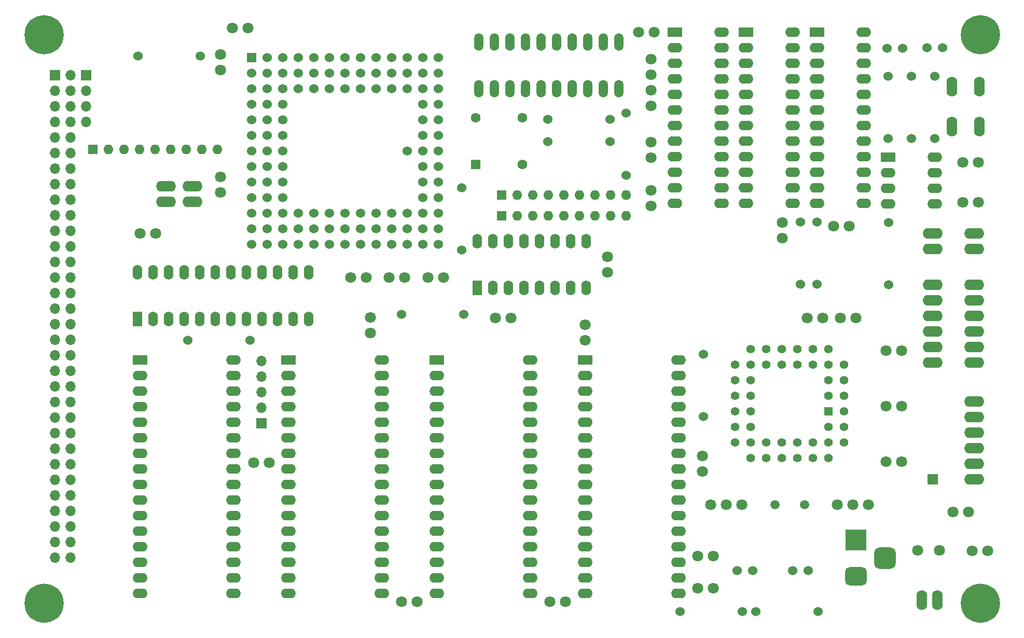
<source format=gbr>
G04 #@! TF.GenerationSoftware,KiCad,Pcbnew,7.0.9*
G04 #@! TF.CreationDate,2024-03-17T13:34:45+00:00*
G04 #@! TF.ProjectId,rosco_m68k,726f7363-6f5f-46d3-9638-6b2e6b696361,020-1.13*
G04 #@! TF.SameCoordinates,Original*
G04 #@! TF.FileFunction,Soldermask,Bot*
G04 #@! TF.FilePolarity,Negative*
%FSLAX46Y46*%
G04 Gerber Fmt 4.6, Leading zero omitted, Abs format (unit mm)*
G04 Created by KiCad (PCBNEW 7.0.9) date 2024-03-17 13:34:45*
%MOMM*%
%LPD*%
G01*
G04 APERTURE LIST*
G04 Aperture macros list*
%AMRoundRect*
0 Rectangle with rounded corners*
0 $1 Rounding radius*
0 $2 $3 $4 $5 $6 $7 $8 $9 X,Y pos of 4 corners*
0 Add a 4 corners polygon primitive as box body*
4,1,4,$2,$3,$4,$5,$6,$7,$8,$9,$2,$3,0*
0 Add four circle primitives for the rounded corners*
1,1,$1+$1,$2,$3*
1,1,$1+$1,$4,$5*
1,1,$1+$1,$6,$7*
1,1,$1+$1,$8,$9*
0 Add four rect primitives between the rounded corners*
20,1,$1+$1,$2,$3,$4,$5,0*
20,1,$1+$1,$4,$5,$6,$7,0*
20,1,$1+$1,$6,$7,$8,$9,0*
20,1,$1+$1,$8,$9,$2,$3,0*%
G04 Aperture macros list end*
%ADD10C,6.400000*%
%ADD11O,1.727200X3.251200*%
%ADD12C,1.524000*%
%ADD13C,1.803400*%
%ADD14R,1.422400X1.422400*%
%ADD15C,1.422400*%
%ADD16R,2.400000X1.600000*%
%ADD17O,2.400000X1.600000*%
%ADD18O,3.251200X1.727200*%
%ADD19C,1.500000*%
%ADD20R,1.600000X1.600000*%
%ADD21C,1.600000*%
%ADD22R,1.700000X1.700000*%
%ADD23O,1.700000X1.700000*%
%ADD24R,1.600000X2.400000*%
%ADD25O,1.600000X2.400000*%
%ADD26R,1.524000X1.524000*%
%ADD27R,3.500000X3.500000*%
%ADD28RoundRect,0.750000X1.000000X-0.750000X1.000000X0.750000X-1.000000X0.750000X-1.000000X-0.750000X0*%
%ADD29RoundRect,0.875000X0.875000X-0.875000X0.875000X0.875000X-0.875000X0.875000X-0.875000X-0.875000X0*%
%ADD30O,1.600000X1.600000*%
%ADD31O,1.524000X2.844800*%
G04 APERTURE END LIST*
D10*
X71500000Y-151500000D03*
X71500000Y-58700000D03*
X224300000Y-151500000D03*
D11*
X219659400Y-73701200D03*
X219659400Y-67198800D03*
X224180600Y-73701200D03*
X224180600Y-67198800D03*
D10*
X224300000Y-58700000D03*
D12*
X163920000Y-72520000D03*
X153760000Y-72520000D03*
D13*
X180313400Y-135433800D03*
X182853400Y-135433800D03*
X185393400Y-135433800D03*
X163495000Y-94930000D03*
X163495000Y-97470000D03*
X100300000Y-81930000D03*
X100300000Y-84470000D03*
X159800000Y-106019000D03*
X159800000Y-108559000D03*
X223005000Y-142925000D03*
X225545000Y-142925000D03*
X87205000Y-91100000D03*
X89745000Y-91100000D03*
X208946000Y-119329500D03*
X211486000Y-119329500D03*
X168547000Y-58300000D03*
X171087000Y-58300000D03*
X170550000Y-84140600D03*
X170550000Y-86680600D03*
X191998600Y-91922600D03*
X191998600Y-89382600D03*
X208946000Y-128363000D03*
X211486000Y-128363000D03*
X214122000Y-142850000D03*
X217678000Y-142850000D03*
D14*
X199572000Y-120199000D03*
D15*
X202112000Y-117659000D03*
X199572000Y-117659000D03*
X202112000Y-115119000D03*
X199572000Y-115119000D03*
X202112000Y-112579000D03*
X199572000Y-110039000D03*
X199572000Y-112579000D03*
X197032000Y-110039000D03*
X197032000Y-112579000D03*
X194492000Y-110039000D03*
X194492000Y-112579000D03*
X191952000Y-110039000D03*
X191952000Y-112579000D03*
X189412000Y-110039000D03*
X189412000Y-112579000D03*
X186872000Y-110039000D03*
X184332000Y-112579000D03*
X186872000Y-112579000D03*
X184332000Y-115119000D03*
X186872000Y-115119000D03*
X184332000Y-117659000D03*
X186872000Y-117659000D03*
X184332000Y-120199000D03*
X186872000Y-120199000D03*
X184332000Y-122739000D03*
X186872000Y-122739000D03*
X184332000Y-125279000D03*
X186872000Y-127819000D03*
X186872000Y-125279000D03*
X189412000Y-127819000D03*
X189412000Y-125279000D03*
X191952000Y-127819000D03*
X191952000Y-125279000D03*
X194492000Y-127819000D03*
X194492000Y-125279000D03*
X197032000Y-127819000D03*
X197032000Y-125279000D03*
X199572000Y-127819000D03*
X202112000Y-125279000D03*
X199572000Y-125279000D03*
X202112000Y-122739000D03*
X199572000Y-122739000D03*
X202112000Y-120199000D03*
D16*
X186076700Y-58324800D03*
D17*
X186076700Y-60864800D03*
X186076700Y-63404800D03*
X186076700Y-65944800D03*
X186076700Y-68484800D03*
X186076700Y-71024800D03*
X186076700Y-73564800D03*
X186076700Y-76104800D03*
X186076700Y-78644800D03*
X186076700Y-81184800D03*
X186076700Y-83724800D03*
X186076700Y-86264800D03*
X193696700Y-86264800D03*
X193696700Y-83724800D03*
X193696700Y-81184800D03*
X193696700Y-78644800D03*
X193696700Y-76104800D03*
X193696700Y-73564800D03*
X193696700Y-71024800D03*
X193696700Y-68484800D03*
X193696700Y-65944800D03*
X193696700Y-63404800D03*
X193696700Y-60864800D03*
X193696700Y-58324800D03*
D18*
X223300000Y-91159000D03*
X223300000Y-93699000D03*
D12*
X211600000Y-60930000D03*
X209060000Y-60930000D03*
X218200000Y-60840000D03*
X215660000Y-60840000D03*
D19*
X190779400Y-135432800D03*
X195659400Y-135432800D03*
D20*
X141990000Y-79910000D03*
D21*
X149610000Y-79910000D03*
X149610000Y-72290000D03*
X141990000Y-72290000D03*
D16*
X159800000Y-111823600D03*
D17*
X159800000Y-114363600D03*
X159800000Y-116903600D03*
X159800000Y-119443600D03*
X159800000Y-121983600D03*
X159800000Y-124523600D03*
X159800000Y-127063600D03*
X159800000Y-129603600D03*
X159800000Y-132143600D03*
X159800000Y-134683600D03*
X159800000Y-137223600D03*
X159800000Y-139763600D03*
X159800000Y-142303600D03*
X159800000Y-144843600D03*
X159800000Y-147383600D03*
X159800000Y-149923600D03*
X175040000Y-149923600D03*
X175040000Y-147383600D03*
X175040000Y-144843600D03*
X175040000Y-142303600D03*
X175040000Y-139763600D03*
X175040000Y-137223600D03*
X175040000Y-134683600D03*
X175040000Y-132143600D03*
X175040000Y-129603600D03*
X175040000Y-127063600D03*
X175040000Y-124523600D03*
X175040000Y-121983600D03*
X175040000Y-119443600D03*
X175040000Y-116903600D03*
X175040000Y-114363600D03*
X175040000Y-111823600D03*
D16*
X135600000Y-111823600D03*
D17*
X135600000Y-114363600D03*
X135600000Y-116903600D03*
X135600000Y-119443600D03*
X135600000Y-121983600D03*
X135600000Y-124523600D03*
X135600000Y-127063600D03*
X135600000Y-129603600D03*
X135600000Y-132143600D03*
X135600000Y-134683600D03*
X135600000Y-137223600D03*
X135600000Y-139763600D03*
X135600000Y-142303600D03*
X135600000Y-144843600D03*
X135600000Y-147383600D03*
X135600000Y-149923600D03*
X150840000Y-149923600D03*
X150840000Y-147383600D03*
X150840000Y-144843600D03*
X150840000Y-142303600D03*
X150840000Y-139763600D03*
X150840000Y-137223600D03*
X150840000Y-134683600D03*
X150840000Y-132143600D03*
X150840000Y-129603600D03*
X150840000Y-127063600D03*
X150840000Y-124523600D03*
X150840000Y-121983600D03*
X150840000Y-119443600D03*
X150840000Y-116903600D03*
X150840000Y-114363600D03*
X150840000Y-111823600D03*
D16*
X111400000Y-111823600D03*
D17*
X111400000Y-114363600D03*
X111400000Y-116903600D03*
X111400000Y-119443600D03*
X111400000Y-121983600D03*
X111400000Y-124523600D03*
X111400000Y-127063600D03*
X111400000Y-129603600D03*
X111400000Y-132143600D03*
X111400000Y-134683600D03*
X111400000Y-137223600D03*
X111400000Y-139763600D03*
X111400000Y-142303600D03*
X111400000Y-144843600D03*
X111400000Y-147383600D03*
X111400000Y-149923600D03*
X126640000Y-149923600D03*
X126640000Y-147383600D03*
X126640000Y-144843600D03*
X126640000Y-142303600D03*
X126640000Y-139763600D03*
X126640000Y-137223600D03*
X126640000Y-134683600D03*
X126640000Y-132143600D03*
X126640000Y-129603600D03*
X126640000Y-127063600D03*
X126640000Y-124523600D03*
X126640000Y-121983600D03*
X126640000Y-119443600D03*
X126640000Y-116903600D03*
X126640000Y-114363600D03*
X126640000Y-111823600D03*
D22*
X73325000Y-65350000D03*
D23*
X75865000Y-65350000D03*
X73325000Y-67890000D03*
X75865000Y-67890000D03*
X73325000Y-70430000D03*
X75865000Y-70430000D03*
X73325000Y-72970000D03*
X75865000Y-72970000D03*
X73325000Y-75510000D03*
X75865000Y-75510000D03*
X73325000Y-78050000D03*
X75865000Y-78050000D03*
X73325000Y-80590000D03*
X75865000Y-80590000D03*
X73325000Y-83130000D03*
X75865000Y-83130000D03*
X73325000Y-85670000D03*
X75865000Y-85670000D03*
X73325000Y-88210000D03*
X75865000Y-88210000D03*
X73325000Y-90750000D03*
X75865000Y-90750000D03*
X73325000Y-93290000D03*
X75865000Y-93290000D03*
X73325000Y-95830000D03*
X75865000Y-95830000D03*
X73325000Y-98370000D03*
X75865000Y-98370000D03*
X73325000Y-100910000D03*
X75865000Y-100910000D03*
X73325000Y-103450000D03*
X75865000Y-103450000D03*
X73325000Y-105990000D03*
X75865000Y-105990000D03*
X73325000Y-108530000D03*
X75865000Y-108530000D03*
X73325000Y-111070000D03*
X75865000Y-111070000D03*
X73325000Y-113610000D03*
X75865000Y-113610000D03*
X73325000Y-116150000D03*
X75865000Y-116150000D03*
X73325000Y-118690000D03*
X75865000Y-118690000D03*
X73325000Y-121230000D03*
X75865000Y-121230000D03*
X73325000Y-123770000D03*
X75865000Y-123770000D03*
X73325000Y-126310000D03*
X75865000Y-126310000D03*
X73325000Y-128850000D03*
X75865000Y-128850000D03*
X73325000Y-131390000D03*
X75865000Y-131390000D03*
X73325000Y-133930000D03*
X75865000Y-133930000D03*
X73325000Y-136470000D03*
X75865000Y-136470000D03*
X73325000Y-139010000D03*
X75865000Y-139010000D03*
X73325000Y-141550000D03*
X75865000Y-141550000D03*
X73325000Y-144090000D03*
X75865000Y-144090000D03*
D12*
X139980000Y-104324000D03*
X129820000Y-104324000D03*
D16*
X174450000Y-58324800D03*
D17*
X174450000Y-60864800D03*
X174450000Y-63404800D03*
X174450000Y-65944800D03*
X174450000Y-68484800D03*
X174450000Y-71024800D03*
X174450000Y-73564800D03*
X174450000Y-76104800D03*
X174450000Y-78644800D03*
X174450000Y-81184800D03*
X174450000Y-83724800D03*
X174450000Y-86264800D03*
X182070000Y-86264800D03*
X182070000Y-83724800D03*
X182070000Y-81184800D03*
X182070000Y-78644800D03*
X182070000Y-76104800D03*
X182070000Y-73564800D03*
X182070000Y-71024800D03*
X182070000Y-68484800D03*
X182070000Y-65944800D03*
X182070000Y-63404800D03*
X182070000Y-60864800D03*
X182070000Y-58324800D03*
D13*
X178918000Y-129962000D03*
X178918000Y-127422000D03*
X124750000Y-107370000D03*
X124750000Y-104830000D03*
X206057400Y-135433800D03*
X203517400Y-135433800D03*
X200977400Y-135433800D03*
X223999000Y-79525000D03*
X221459000Y-79525000D03*
X196069000Y-104952000D03*
X198609000Y-104952000D03*
D18*
X223300000Y-131310000D03*
X223300000Y-128770000D03*
X223300000Y-126230000D03*
X223300000Y-123690000D03*
X223300000Y-121150000D03*
X223300000Y-118610000D03*
D13*
X208946000Y-110296000D03*
X211486000Y-110296000D03*
X145149000Y-104943000D03*
X147689000Y-104943000D03*
D18*
X216564000Y-112258000D03*
X216564000Y-109718000D03*
X216564000Y-107178000D03*
X216564000Y-104638000D03*
X216564000Y-102098000D03*
X216564000Y-99558000D03*
X223300000Y-112258000D03*
X223300000Y-109718000D03*
X223300000Y-107178000D03*
X223300000Y-104638000D03*
X223300000Y-102098000D03*
X223300000Y-99558000D03*
D11*
X214730000Y-151000000D03*
X217270000Y-151000000D03*
D13*
X201455000Y-104952000D03*
X203995000Y-104952000D03*
X100300000Y-64470000D03*
X100300000Y-61930000D03*
X170550000Y-76203000D03*
X170550000Y-78743000D03*
D16*
X209230000Y-78724800D03*
D17*
X209230000Y-81264800D03*
X209230000Y-83804800D03*
X209230000Y-86344800D03*
X216850000Y-86344800D03*
X216850000Y-83804800D03*
X216850000Y-81264800D03*
X216850000Y-78724800D03*
D18*
X216564000Y-91159000D03*
X216564000Y-93699000D03*
D12*
X209362000Y-89353000D03*
X209362000Y-99513000D03*
X213078000Y-65450000D03*
X213078000Y-75610000D03*
X209230000Y-65450000D03*
X209230000Y-75610000D03*
X86820000Y-62200000D03*
X96980000Y-62200000D03*
X166545000Y-81680000D03*
X166545000Y-71520000D03*
X216850000Y-65450000D03*
X216850000Y-75610000D03*
D18*
X91385000Y-83430000D03*
X91385000Y-85970000D03*
D12*
X95001000Y-108593000D03*
X105161000Y-108593000D03*
X187198000Y-146200400D03*
X184658000Y-146200400D03*
X196197000Y-146202400D03*
X193657000Y-146202400D03*
X185514200Y-152831800D03*
X175354200Y-152831800D03*
X197815200Y-152831800D03*
X187655200Y-152831800D03*
D18*
X95700000Y-85970000D03*
X95700000Y-83430000D03*
D16*
X87200000Y-111823600D03*
D17*
X87200000Y-114363600D03*
X87200000Y-116903600D03*
X87200000Y-119443600D03*
X87200000Y-121983600D03*
X87200000Y-124523600D03*
X87200000Y-127063600D03*
X87200000Y-129603600D03*
X87200000Y-132143600D03*
X87200000Y-134683600D03*
X87200000Y-137223600D03*
X87200000Y-139763600D03*
X87200000Y-142303600D03*
X87200000Y-144843600D03*
X87200000Y-147383600D03*
X87200000Y-149923600D03*
X102440000Y-149923600D03*
X102440000Y-147383600D03*
X102440000Y-144843600D03*
X102440000Y-142303600D03*
X102440000Y-139763600D03*
X102440000Y-137223600D03*
X102440000Y-134683600D03*
X102440000Y-132143600D03*
X102440000Y-129603600D03*
X102440000Y-127063600D03*
X102440000Y-124523600D03*
X102440000Y-121983600D03*
X102440000Y-119443600D03*
X102440000Y-116903600D03*
X102440000Y-114363600D03*
X102440000Y-111823600D03*
D13*
X221459000Y-86101000D03*
X223999000Y-86101000D03*
X180750000Y-143840200D03*
X178210000Y-143840200D03*
X202959000Y-89929000D03*
X200419000Y-89929000D03*
D16*
X197703300Y-58324800D03*
D17*
X197703300Y-60864800D03*
X197703300Y-63404800D03*
X197703300Y-65944800D03*
X197703300Y-68484800D03*
X197703300Y-71024800D03*
X197703300Y-73564800D03*
X197703300Y-76104800D03*
X197703300Y-78644800D03*
X197703300Y-81184800D03*
X197703300Y-83724800D03*
X197703300Y-86264800D03*
X205323300Y-86264800D03*
X205323300Y-83724800D03*
X205323300Y-81184800D03*
X205323300Y-78644800D03*
X205323300Y-76104800D03*
X205323300Y-73564800D03*
X205323300Y-71024800D03*
X205323300Y-68484800D03*
X205323300Y-65944800D03*
X205323300Y-63404800D03*
X205323300Y-60864800D03*
X205323300Y-58324800D03*
D12*
X197703300Y-89303000D03*
X197703300Y-99463000D03*
D13*
X170550000Y-67810000D03*
X170550000Y-70350000D03*
X170543000Y-62680000D03*
X170543000Y-65220000D03*
D24*
X86787000Y-105081000D03*
D25*
X89327000Y-105081000D03*
X91867000Y-105081000D03*
X94407000Y-105081000D03*
X96947000Y-105081000D03*
X99487000Y-105081000D03*
X102027000Y-105081000D03*
X104567000Y-105081000D03*
X107107000Y-105081000D03*
X109647000Y-105081000D03*
X112187000Y-105081000D03*
X114727000Y-105081000D03*
X114727000Y-97461000D03*
X112187000Y-97461000D03*
X109647000Y-97461000D03*
X107107000Y-97461000D03*
X104567000Y-97461000D03*
X102027000Y-97461000D03*
X99487000Y-97461000D03*
X96947000Y-97461000D03*
X94407000Y-97461000D03*
X91867000Y-97461000D03*
X89327000Y-97461000D03*
X86787000Y-97461000D03*
D22*
X106971000Y-122120000D03*
D23*
X106971000Y-119580000D03*
X106971000Y-117040000D03*
X106971000Y-114500000D03*
X106971000Y-111960000D03*
D13*
X180750000Y-149021800D03*
X178210000Y-149021800D03*
X154030000Y-151263000D03*
X156570000Y-151263000D03*
X129852000Y-151263000D03*
X132392000Y-151263000D03*
X105701000Y-128540000D03*
X108241000Y-128540000D03*
D12*
X194995800Y-89303000D03*
X194995800Y-99463000D03*
D22*
X216564000Y-131310000D03*
D24*
X142225000Y-100025000D03*
D25*
X144765000Y-100025000D03*
X147305000Y-100025000D03*
X149845000Y-100025000D03*
X152385000Y-100025000D03*
X154925000Y-100025000D03*
X157465000Y-100025000D03*
X160005000Y-100025000D03*
X160005000Y-92405000D03*
X157465000Y-92405000D03*
X154925000Y-92405000D03*
X152385000Y-92405000D03*
X149845000Y-92405000D03*
X147305000Y-92405000D03*
X144765000Y-92405000D03*
X142225000Y-92405000D03*
D12*
X139700000Y-93880000D03*
X139700000Y-83720000D03*
X179146200Y-121031000D03*
X179146200Y-110871000D03*
D13*
X222351600Y-136575800D03*
X219811600Y-136575800D03*
D12*
X153760000Y-76120000D03*
X163920000Y-76120000D03*
D22*
X78405000Y-65350000D03*
D23*
X78405000Y-67890000D03*
X78405000Y-70430000D03*
X78405000Y-72970000D03*
D26*
X105360000Y-62460000D03*
D12*
X107900000Y-62460000D03*
X110440000Y-62460000D03*
X112980000Y-62460000D03*
X115520000Y-62460000D03*
X118060000Y-62460000D03*
X120600000Y-62460000D03*
X123140000Y-62460000D03*
X125680000Y-62460000D03*
X128220000Y-62460000D03*
X130760000Y-62460000D03*
X133300000Y-62460000D03*
X135840000Y-62460000D03*
X105360000Y-65000000D03*
X107900000Y-65000000D03*
X110440000Y-65000000D03*
X112980000Y-65000000D03*
X115520000Y-65000000D03*
X118060000Y-65000000D03*
X120600000Y-65000000D03*
X123140000Y-65000000D03*
X125680000Y-65000000D03*
X128220000Y-65000000D03*
X130760000Y-65000000D03*
X133300000Y-65000000D03*
X135840000Y-65000000D03*
X105360000Y-67540000D03*
X107900000Y-67540000D03*
X110440000Y-67540000D03*
X112980000Y-67540000D03*
X115520000Y-67540000D03*
X118060000Y-67540000D03*
X120600000Y-67540000D03*
X123140000Y-67540000D03*
X125680000Y-67540000D03*
X128220000Y-67540000D03*
X130760000Y-67540000D03*
X133300000Y-67540000D03*
X135840000Y-67540000D03*
X105360000Y-70080000D03*
X107900000Y-70080000D03*
X110440000Y-70080000D03*
X133300000Y-70080000D03*
X135840000Y-70080000D03*
X105360000Y-72620000D03*
X107900000Y-72620000D03*
X110440000Y-72620000D03*
X133300000Y-72620000D03*
X135840000Y-72620000D03*
X105360000Y-75160000D03*
X107900000Y-75160000D03*
X110440000Y-75160000D03*
X133300000Y-75160000D03*
X135840000Y-75160000D03*
X105360000Y-77700000D03*
X107900000Y-77700000D03*
X110440000Y-77700000D03*
X130760000Y-77700000D03*
X133300000Y-77700000D03*
X135840000Y-77700000D03*
X105360000Y-80240000D03*
X107900000Y-80240000D03*
X110440000Y-80240000D03*
X133300000Y-80240000D03*
X135840000Y-80240000D03*
X105360000Y-82780000D03*
X107900000Y-82780000D03*
X110440000Y-82780000D03*
X133300000Y-82780000D03*
X135840000Y-82780000D03*
X105360000Y-85320000D03*
X107900000Y-85320000D03*
X110440000Y-85320000D03*
X133300000Y-85320000D03*
X135840000Y-85320000D03*
X105360000Y-87860000D03*
X107900000Y-87860000D03*
X110440000Y-87860000D03*
X112980000Y-87860000D03*
X115520000Y-87860000D03*
X118060000Y-87860000D03*
X120600000Y-87860000D03*
X123140000Y-87860000D03*
X125680000Y-87860000D03*
X128220000Y-87860000D03*
X130760000Y-87860000D03*
X133300000Y-87860000D03*
X135840000Y-87860000D03*
X105360000Y-90400000D03*
X107900000Y-90400000D03*
X110440000Y-90400000D03*
X112980000Y-90400000D03*
X115520000Y-90400000D03*
X118060000Y-90400000D03*
X120600000Y-90400000D03*
X123140000Y-90400000D03*
X125680000Y-90400000D03*
X128220000Y-90400000D03*
X130760000Y-90400000D03*
X133300000Y-90400000D03*
X135840000Y-90400000D03*
X105360000Y-92940000D03*
X107900000Y-92940000D03*
X110440000Y-92940000D03*
X112980000Y-92940000D03*
X115520000Y-92940000D03*
X118060000Y-92940000D03*
X120600000Y-92940000D03*
X123140000Y-92940000D03*
X125680000Y-92940000D03*
X128220000Y-92940000D03*
X130760000Y-92940000D03*
X133300000Y-92940000D03*
X135840000Y-92940000D03*
D27*
X204045900Y-141142200D03*
D28*
X204045900Y-147142200D03*
D29*
X208745900Y-144142200D03*
D13*
X102210000Y-57600000D03*
X104750000Y-57600000D03*
X134130000Y-98300000D03*
X136670000Y-98300000D03*
D20*
X146225000Y-88300000D03*
D30*
X148765000Y-88300000D03*
X151305000Y-88300000D03*
X153845000Y-88300000D03*
X156385000Y-88300000D03*
X158925000Y-88300000D03*
X161465000Y-88300000D03*
X164005000Y-88300000D03*
X166545000Y-88300000D03*
D13*
X127830000Y-98300000D03*
X130370000Y-98300000D03*
D20*
X146225000Y-84900000D03*
D30*
X148765000Y-84900000D03*
X151305000Y-84900000D03*
X153845000Y-84900000D03*
X156385000Y-84900000D03*
X158925000Y-84900000D03*
X161465000Y-84900000D03*
X164005000Y-84900000D03*
X166545000Y-84900000D03*
D31*
X142470000Y-67510000D03*
X145010000Y-67510000D03*
X147550000Y-67510000D03*
X150090000Y-67510000D03*
X152630000Y-67510000D03*
X155170000Y-67510000D03*
X157710000Y-67510000D03*
X160250000Y-67510000D03*
X162790000Y-67510000D03*
X165330000Y-67510000D03*
X165330000Y-59890000D03*
X162790000Y-59890000D03*
X160250000Y-59890000D03*
X157710000Y-59890000D03*
X155170000Y-59890000D03*
X152630000Y-59890000D03*
X150090000Y-59890000D03*
X147550000Y-59890000D03*
X145010000Y-59890000D03*
X142470000Y-59890000D03*
D20*
X79490000Y-77460000D03*
D30*
X82030000Y-77460000D03*
X84570000Y-77460000D03*
X87110000Y-77460000D03*
X89650000Y-77460000D03*
X92190000Y-77460000D03*
X94730000Y-77460000D03*
X97270000Y-77460000D03*
X99810000Y-77460000D03*
D13*
X121530000Y-98300000D03*
X124070000Y-98300000D03*
M02*

</source>
